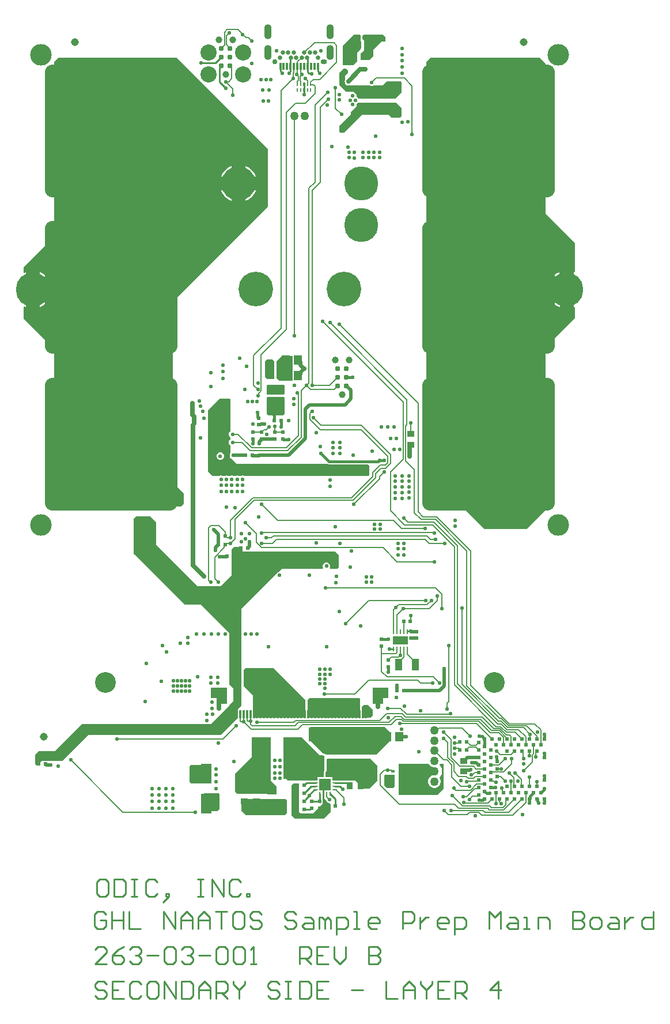
<source format=gbl>
G04*
G04 #@! TF.GenerationSoftware,Altium Limited,Altium Designer,24.9.1 (31)*
G04*
G04 Layer_Physical_Order=4*
G04 Layer_Color=16711680*
%FSLAX44Y44*%
%MOMM*%
G71*
G04*
G04 #@! TF.SameCoordinates,7F96DF23-6EF7-4123-9D03-ABB94F86F5D4*
G04*
G04*
G04 #@! TF.FilePolarity,Positive*
G04*
G01*
G75*
%ADD11C,0.1524*%
%ADD12C,0.2000*%
%ADD13C,0.2500*%
%ADD16C,0.1270*%
%ADD17C,0.2540*%
%ADD19R,0.6000X0.6000*%
%ADD24R,0.6000X0.6000*%
%ADD30R,1.1500X1.4500*%
%ADD35R,0.9500X1.0000*%
%ADD44R,1.0000X0.9500*%
%ADD57R,1.0000X1.8000*%
%ADD58R,1.0000X0.9000*%
%ADD59R,1.6000X3.0000*%
%ADD60R,0.5000X0.3500*%
%ADD137C,3.1750*%
%ADD138C,0.7874*%
%ADD144C,1.1430*%
%ADD145C,0.3810*%
%ADD146C,0.5000*%
%ADD147C,2.0000*%
%ADD149C,0.6000*%
%ADD150C,0.6350*%
%ADD151C,0.2400*%
%ADD152C,2.3749*%
%ADD153C,0.9906*%
%ADD154C,5.0000*%
%ADD155C,1.2700*%
%ADD156C,0.7500*%
%ADD157O,0.9500X0.7500*%
%ADD158C,0.6500*%
%ADD159O,1.1000X2.2000*%
%ADD160C,5.0800*%
%ADD161C,3.0480*%
%ADD162C,0.5588*%
%ADD164R,1.4500X1.1500*%
%ADD165R,0.2000X0.5500*%
%ADD166R,0.4000X0.5500*%
%ADD167R,2.0066X2.0066*%
%ADD168R,1.6000X2.4000*%
%ADD169R,0.3000X1.2000*%
%ADD170R,0.3000X1.1000*%
%ADD171R,2.7000X6.2000*%
%ADD172R,0.5080X0.5080*%
%ADD173R,0.5080X0.5080*%
%ADD174R,2.2000X1.3000*%
%ADD175R,0.2540X0.7112*%
G04:AMPARAMS|DCode=176|XSize=0.6mm|YSize=0.24mm|CornerRadius=0.06mm|HoleSize=0mm|Usage=FLASHONLY|Rotation=180.000|XOffset=0mm|YOffset=0mm|HoleType=Round|Shape=RoundedRectangle|*
%AMROUNDEDRECTD176*
21,1,0.6000,0.1200,0,0,180.0*
21,1,0.4800,0.2400,0,0,180.0*
1,1,0.1200,-0.2400,0.0600*
1,1,0.1200,0.2400,0.0600*
1,1,0.1200,0.2400,-0.0600*
1,1,0.1200,-0.2400,-0.0600*
%
%ADD176ROUNDEDRECTD176*%
G04:AMPARAMS|DCode=177|XSize=0.6mm|YSize=0.24mm|CornerRadius=0.06mm|HoleSize=0mm|Usage=FLASHONLY|Rotation=90.000|XOffset=0mm|YOffset=0mm|HoleType=Round|Shape=RoundedRectangle|*
%AMROUNDEDRECTD177*
21,1,0.6000,0.1200,0,0,90.0*
21,1,0.4800,0.2400,0,0,90.0*
1,1,0.1200,0.0600,0.2400*
1,1,0.1200,0.0600,-0.2400*
1,1,0.1200,-0.0600,-0.2400*
1,1,0.1200,-0.0600,0.2400*
%
%ADD177ROUNDEDRECTD177*%
%ADD178R,1.6600X1.6600*%
G04:AMPARAMS|DCode=179|XSize=19.5mm|YSize=19.5mm|CornerRadius=1.17mm|HoleSize=0mm|Usage=FLASHONLY|Rotation=180.000|XOffset=0mm|YOffset=0mm|HoleType=Round|Shape=RoundedRectangle|*
%AMROUNDEDRECTD179*
21,1,19.5000,17.1600,0,0,180.0*
21,1,17.1600,19.5000,0,0,180.0*
1,1,2.3400,-8.5800,8.5800*
1,1,2.3400,8.5800,8.5800*
1,1,2.3400,8.5800,-8.5800*
1,1,2.3400,-8.5800,-8.5800*
%
%ADD179ROUNDEDRECTD179*%
%ADD180C,0.7000*%
G36*
X411995Y946536D02*
Y941536D01*
X410995Y940536D01*
X405995D01*
X393995Y928536D01*
Y919536D01*
X387995Y913536D01*
X374995D01*
Y922536D01*
X379995Y927536D01*
Y942536D01*
X377995Y944536D01*
X377995Y948536D01*
X379995Y950536D01*
X407995D01*
X411995Y946536D01*
D02*
G37*
G36*
X374995Y949536D02*
Y948832D01*
X374936Y948536D01*
X374937Y948536D01*
X374937Y944536D01*
X374937Y944536D01*
X374995Y944241D01*
X374995Y929536D01*
X369995Y924536D01*
Y911536D01*
X363995Y905536D01*
X348995D01*
Y934536D01*
X364995Y950536D01*
X373995D01*
X374995Y949536D01*
D02*
G37*
G36*
X356995Y897536D02*
X356995Y894536D01*
X351995Y889536D01*
Y883708D01*
X351700Y882224D01*
X351995Y880740D01*
Y878536D01*
X354642Y875890D01*
X388349D01*
X388411Y875827D01*
X390372Y875015D01*
X392494D01*
X394454Y875827D01*
X394517Y875890D01*
X407369D01*
X413369Y881890D01*
X434369D01*
X435369Y880890D01*
Y865890D01*
X426369Y856890D01*
X371977D01*
X371830Y857245D01*
X370329Y858746D01*
X369369Y859143D01*
Y862390D01*
X368054Y863705D01*
X367830Y864245D01*
X366329Y865746D01*
X365789Y865969D01*
X365223Y866536D01*
X364421D01*
X364369Y866558D01*
X362247D01*
X362195Y866536D01*
X353995D01*
X343995Y876536D01*
Y894536D01*
X349995Y900536D01*
X353995D01*
X356995Y897536D01*
D02*
G37*
G36*
X435369Y842890D02*
Y830890D01*
X433369Y828890D01*
X420369D01*
X416369Y832890D01*
X377349D01*
X350995Y806536D01*
X345995D01*
X343995Y808536D01*
Y816536D01*
X360995Y833536D01*
Y837016D01*
X369369Y845390D01*
Y849304D01*
X370329Y849702D01*
X371517Y850890D01*
X427369D01*
X435369Y842890D01*
D02*
G37*
G36*
X647000Y908000D02*
Y688000D01*
X690000Y645000D01*
Y602208D01*
X688917Y601544D01*
X688372Y601822D01*
X684249Y603162D01*
X679967Y603840D01*
X679070D01*
Y576300D01*
Y548760D01*
X679967D01*
X684249Y549438D01*
X688372Y550778D01*
X688917Y551056D01*
X690000Y550392D01*
Y535000D01*
X647000Y492000D01*
Y253000D01*
X619000Y225000D01*
X557000D01*
X524000Y258000D01*
X472005D01*
Y911000D01*
X478005Y917000D01*
X638000D01*
X647000Y908000D01*
D02*
G37*
G36*
X239000Y783000D02*
Y698292D01*
X99604Y558901D01*
Y293901D01*
X115608Y277896D01*
Y261901D01*
X111608Y257901D01*
X-75392D01*
Y488901D01*
X-120392Y533901D01*
Y551356D01*
X-119309Y552020D01*
X-116872Y550778D01*
X-112749Y549438D01*
X-108467Y548760D01*
X-107570D01*
Y576300D01*
Y603840D01*
X-108467D01*
X-112749Y603162D01*
X-116872Y601822D01*
X-119309Y600580D01*
X-120392Y601244D01*
Y608901D01*
X-75392Y653901D01*
Y910901D01*
X-69392Y916901D01*
X105099D01*
X239000Y783000D01*
D02*
G37*
G36*
X248225Y471075D02*
Y444825D01*
X238225D01*
X234475Y448575D01*
X234475Y470825D01*
X237475Y473825D01*
X245475D01*
X248225Y471075D01*
D02*
G37*
G36*
X275225Y442950D02*
X255225D01*
X251284Y446891D01*
Y471009D01*
X259225Y478950D01*
X275225Y478950D01*
Y442950D01*
D02*
G37*
G36*
X263225Y435950D02*
X263225Y422950D01*
X262225Y421950D01*
X238225D01*
X237225Y422950D01*
Y435950D01*
X238225Y436950D01*
X262225D01*
X263225Y435950D01*
D02*
G37*
G36*
Y417950D02*
Y393950D01*
X261225Y391950D01*
X239225D01*
X237225Y393950D01*
Y417950D01*
X238176Y418901D01*
X238225Y418891D01*
X238225Y418891D01*
X262225D01*
X262225Y418891D01*
X262274Y418901D01*
X263225Y417950D01*
D02*
G37*
G36*
X184000Y415102D02*
X184000Y368531D01*
X183979Y368522D01*
X182478Y367021D01*
X181666Y365061D01*
Y362939D01*
X182478Y360979D01*
X183979Y359478D01*
X184000Y359469D01*
X184000Y356531D01*
X183979Y356522D01*
X182478Y355022D01*
X181666Y353061D01*
Y350939D01*
X182478Y348979D01*
X183979Y347478D01*
X184000Y347469D01*
X184000Y336543D01*
X183478Y336021D01*
X182666Y334061D01*
Y331939D01*
X183478Y329978D01*
X184979Y328478D01*
X185906Y328094D01*
X193000Y321000D01*
X326476Y321000D01*
X327445Y320353D01*
X328969Y320050D01*
X385950D01*
X388000Y318000D01*
X388000Y305000D01*
X386000Y303000D01*
X203867Y303000D01*
X203061Y303334D01*
X200939D01*
X200133Y303000D01*
X195868Y303000D01*
X195061Y303334D01*
X192939D01*
X192132Y303000D01*
X187868D01*
X187061Y303334D01*
X184939D01*
X184133Y303000D01*
X179867D01*
X179061Y303334D01*
X176939D01*
X176133Y303000D01*
X171868D01*
X171061Y303334D01*
X168939D01*
X168132Y303000D01*
X158000D01*
X151000Y310000D01*
Y399000D01*
X168000Y416000D01*
X183102D01*
X184000Y415102D01*
D02*
G37*
G36*
X75000Y235000D02*
Y202000D01*
X136000Y141000D01*
X170000D01*
X186000Y157000D01*
Y195000D01*
X190000Y199000D01*
X201000D01*
X202000Y198586D01*
Y192000D01*
X338000D01*
X343000Y187000D01*
Y169000D01*
X341000Y167000D01*
X330662D01*
X329830Y168270D01*
X330329Y169475D01*
Y171597D01*
X329517Y173557D01*
X328017Y175058D01*
X326056Y175870D01*
X323934D01*
X321974Y175058D01*
X320473Y173557D01*
X319661Y171597D01*
Y169475D01*
X320160Y168270D01*
X319328Y167000D01*
X259000D01*
X253906Y161906D01*
X252978Y161522D01*
X251478Y160021D01*
X251094Y159094D01*
X201000Y109000D01*
X200000Y108000D01*
Y18296D01*
X199941Y18000D01*
X199941Y18000D01*
Y-5000D01*
X199941Y-5000D01*
X200000Y-5296D01*
Y-34000D01*
X195000Y-39000D01*
Y-52000D01*
X170000Y-77000D01*
X-25000Y-77000D01*
X-63000Y-115000D01*
X-93000D01*
X-96000Y-118000D01*
Y-122000D01*
X-101000Y-122000D01*
X-103000Y-120000D01*
Y-106000D01*
X-98000Y-101000D01*
X-74000D01*
X-34000Y-61000D01*
X147133D01*
X147939Y-61334D01*
X150061D01*
X150867Y-61000D01*
X154726D01*
X182000Y-33726D01*
X185916Y-29810D01*
X186908Y-29147D01*
X187571Y-28155D01*
X188000Y-27726D01*
Y-9000D01*
X187084Y-8084D01*
X186908Y-7821D01*
X186646Y-7646D01*
X182000Y-3000D01*
Y73000D01*
X141000Y114000D01*
X117000D01*
X42000Y189000D01*
Y240000D01*
X46000Y244000D01*
X66000D01*
X75000Y235000D01*
D02*
G37*
G36*
X416245Y-23468D02*
X408245D01*
Y-7468D01*
X416245D01*
Y-23468D01*
D02*
G37*
G36*
X163246D02*
X155246D01*
Y-7468D01*
X163246D01*
Y-23468D01*
D02*
G37*
G36*
X393000Y-40000D02*
Y-49000D01*
X390000Y-52000D01*
X377059D01*
X377059Y-35941D01*
X380000Y-33000D01*
X386000D01*
X393000Y-40000D01*
D02*
G37*
G36*
X373000Y-23000D02*
X374000Y-24000D01*
X374000Y-52000D01*
X297000D01*
Y-26000D01*
X300000Y-23000D01*
X328999D01*
X373000Y-23000D01*
D02*
G37*
G36*
X293951Y-25951D02*
X293941Y-26000D01*
X293941Y-26000D01*
Y-52000D01*
X217000D01*
Y-19000D01*
X203000Y-5000D01*
Y18000D01*
X206000Y21000D01*
X247000D01*
X293951Y-25951D01*
D02*
G37*
G36*
X417231Y-72050D02*
X417231Y-87195D01*
X398426Y-106000D01*
X324353D01*
X324113Y-105642D01*
X323121Y-104979D01*
X321950Y-104746D01*
X319928D01*
X301231Y-86049D01*
Y-65195D01*
X410377Y-65195D01*
X417231Y-72050D01*
D02*
G37*
G36*
X315951Y-107805D02*
X321950D01*
Y-113509D01*
X321892Y-113805D01*
X321892Y-113805D01*
X321892Y-129538D01*
X321788Y-129642D01*
X321125Y-130634D01*
X320892Y-131805D01*
X320892Y-131805D01*
Y-138805D01*
X311950D01*
Y-143805D01*
X267950D01*
X265951Y-141805D01*
Y-108805D01*
Y-80805D01*
X288951D01*
X315951Y-107805D01*
D02*
G37*
G36*
X153000Y-148000D02*
X126000D01*
X124000Y-146000D01*
Y-123000D01*
X126000Y-121000D01*
X153000D01*
Y-148000D01*
D02*
G37*
G36*
X497000Y-156000D02*
X488000Y-165000D01*
X431255D01*
Y-152786D01*
X430755D01*
Y-128286D01*
X431255D01*
Y-119768D01*
X475368D01*
X476218Y-121241D01*
X476563Y-121586D01*
X476562Y-121586D01*
X477959Y-122982D01*
X480091Y-124213D01*
X482469Y-124851D01*
X483700D01*
Y-136150D01*
X482469D01*
X480091Y-136787D01*
X477959Y-138018D01*
X476562Y-139414D01*
X476563Y-139414D01*
X476218Y-139759D01*
X474987Y-141891D01*
X474350Y-144269D01*
Y-146731D01*
X474987Y-149109D01*
X476218Y-151241D01*
X477959Y-152982D01*
X480091Y-154213D01*
X482469Y-154850D01*
X484931D01*
X487309Y-154213D01*
X489441Y-152982D01*
X491182Y-151241D01*
X492413Y-149109D01*
X493050Y-146731D01*
Y-144269D01*
X492413Y-141891D01*
X491182Y-139759D01*
X490837Y-139414D01*
X492782Y-137469D01*
X494277Y-134881D01*
X495050Y-131994D01*
Y-129006D01*
X494277Y-126119D01*
X492782Y-123531D01*
X490837Y-121586D01*
X491182Y-121241D01*
X492032Y-119768D01*
X497000D01*
Y-156000D01*
D02*
G37*
G36*
X425005Y-153536D02*
X423005Y-155536D01*
X414005Y-155536D01*
X410005Y-151536D01*
Y-136536D01*
X411005Y-135536D01*
X425005D01*
X425005Y-153536D01*
D02*
G37*
G36*
X343951Y-111805D02*
X389951D01*
X399950Y-121805D01*
Y-143805D01*
X387951Y-155805D01*
X370951D01*
Y-147805D01*
X366950Y-143805D01*
X333951D01*
Y-138805D01*
X323951D01*
Y-131805D01*
X324950Y-130805D01*
X324950Y-113805D01*
X326950Y-111805D01*
X343951Y-111805D01*
D02*
G37*
G36*
X242950Y-143805D02*
X250951Y-151805D01*
X250951Y-163805D01*
X193805D01*
X191000Y-161000D01*
X191000Y-133755D01*
X219951Y-104805D01*
Y-80805D01*
X242950D01*
Y-143805D01*
D02*
G37*
G36*
X168000Y-164000D02*
Y-186000D01*
X165000Y-189000D01*
X145000D01*
X143000Y-187000D01*
X142000Y-186000D01*
Y-166000D01*
X145000Y-163000D01*
X167000D01*
X168000Y-164000D01*
D02*
G37*
G36*
X266950Y-172805D02*
Y-191805D01*
X263951Y-194805D01*
X206805D01*
X200000Y-188000D01*
Y-170805D01*
X264951D01*
X266950Y-172805D01*
D02*
G37*
G36*
X284993Y-190091D02*
X286993Y-192091D01*
X305909D01*
X318730Y-179270D01*
X319270D01*
Y-170730D01*
X318993D01*
Y-157591D01*
X321993D01*
Y-170091D01*
X324617Y-172714D01*
Y-172866D01*
X325429Y-174826D01*
X326929Y-176327D01*
X328890Y-177139D01*
X329042D01*
X330993Y-179091D01*
Y-190091D01*
X320993Y-200091D01*
X278993D01*
X273993Y-195091D01*
Y-151091D01*
X276993Y-148091D01*
X284993D01*
Y-190091D01*
D02*
G37*
%LPC*%
G36*
X676530Y603840D02*
X675632D01*
X671351Y603162D01*
X667228Y601822D01*
X663366Y599854D01*
X659859Y597306D01*
X656794Y594241D01*
X654246Y590734D01*
X652278Y586872D01*
X650938Y582749D01*
X650260Y578467D01*
Y577570D01*
X676530D01*
Y603840D01*
D02*
G37*
G36*
Y575030D02*
X650260D01*
Y574132D01*
X650938Y569851D01*
X652278Y565728D01*
X654246Y561866D01*
X656794Y558359D01*
X659859Y555294D01*
X663366Y552746D01*
X667228Y550778D01*
X671351Y549438D01*
X675632Y548760D01*
X676530D01*
Y575030D01*
D02*
G37*
G36*
X197918Y759540D02*
X197020D01*
Y733270D01*
X223290D01*
Y734167D01*
X222612Y738449D01*
X221273Y742572D01*
X219305Y746434D01*
X216757Y749941D01*
X213691Y753006D01*
X210184Y755554D01*
X206322Y757522D01*
X202199Y758862D01*
X197918Y759540D01*
D02*
G37*
G36*
X194480D02*
X193583D01*
X189301Y758862D01*
X185179Y757522D01*
X181316Y755554D01*
X177809Y753006D01*
X174744Y749941D01*
X172196Y746434D01*
X170228Y742572D01*
X168888Y738449D01*
X168210Y734167D01*
Y733270D01*
X194480D01*
Y759540D01*
D02*
G37*
G36*
X223290Y730730D02*
X197020D01*
Y704460D01*
X197918D01*
X202199Y705138D01*
X206322Y706478D01*
X210184Y708446D01*
X213691Y710994D01*
X216757Y714059D01*
X219305Y717566D01*
X221273Y721428D01*
X222612Y725551D01*
X223290Y729833D01*
Y730730D01*
D02*
G37*
G36*
X194480D02*
X168210D01*
Y729833D01*
X168888Y725551D01*
X170228Y721428D01*
X172196Y717566D01*
X174744Y714059D01*
X177809Y710994D01*
X181316Y708446D01*
X185179Y706478D01*
X189301Y705138D01*
X193583Y704460D01*
X194480D01*
Y730730D01*
D02*
G37*
G36*
X-104132Y603840D02*
X-105030D01*
Y577570D01*
X-78760D01*
Y578467D01*
X-79438Y582749D01*
X-80778Y586872D01*
X-82746Y590734D01*
X-85294Y594241D01*
X-88359Y597306D01*
X-91866Y599854D01*
X-95728Y601822D01*
X-99851Y603162D01*
X-104132Y603840D01*
D02*
G37*
G36*
X-78760Y575030D02*
X-105030D01*
Y548760D01*
X-104132D01*
X-99851Y549438D01*
X-95728Y550778D01*
X-91866Y552746D01*
X-88359Y555294D01*
X-85294Y558359D01*
X-82746Y561866D01*
X-80778Y565728D01*
X-79438Y569851D01*
X-78760Y574132D01*
Y575030D01*
D02*
G37*
G36*
X170061Y337334D02*
X167939D01*
X165979Y336522D01*
X164478Y335022D01*
X163666Y333061D01*
Y330939D01*
X164478Y328979D01*
X165979Y327478D01*
X167939Y326666D01*
X170061D01*
X172021Y327478D01*
X173522Y328979D01*
X174334Y330939D01*
Y333061D01*
X173522Y335022D01*
X172021Y336522D01*
X170061Y337334D01*
D02*
G37*
%LPD*%
D11*
X419000Y309000D02*
X437826Y327826D01*
X419000Y252000D02*
Y309000D01*
X437826Y327826D02*
Y411174D01*
X393369Y308369D02*
X404000Y319000D01*
X412000D02*
X415174Y322174D01*
X404000Y319000D02*
X412000D01*
X187000Y862000D02*
Y871000D01*
X177000Y881000D02*
X187000Y871000D01*
X181318Y881318D02*
X186000Y886000D01*
Y901232D01*
X182700Y904532D02*
X186000Y901232D01*
X177000Y881000D02*
X177318Y881318D01*
X182700Y904532D02*
Y905300D01*
X177318Y881318D02*
X181318D01*
X202000Y951000D02*
X207012Y945988D01*
X209963D02*
X214976Y940976D01*
X207012Y945988D02*
X209963D01*
X175206Y935256D02*
Y954206D01*
X179000Y958000D02*
X195000D01*
X175206Y954206D02*
X179000Y958000D01*
X195000D02*
X199000Y954000D01*
X178000Y948738D02*
X182000Y952738D01*
Y953000D01*
X178000Y936050D02*
Y948738D01*
X170650Y930700D02*
X175206Y935256D01*
X202000Y951000D02*
Y951078D01*
X199078Y954000D02*
X202000Y951078D01*
X199000Y954000D02*
X199078D01*
X178000Y936050D02*
X183350Y930700D01*
X319000Y530000D02*
X437826Y411174D01*
X344000Y526000D02*
X460000Y410000D01*
X330000Y528000D02*
X443000Y415000D01*
X258175Y519825D02*
Y868175D01*
X218175Y479825D02*
X258175Y519825D01*
X218175Y436000D02*
Y479825D01*
X266000Y517749D02*
Y836000D01*
X229125Y480875D02*
X266000Y517749D01*
X229125Y427877D02*
Y480875D01*
X278000Y728000D02*
X278000Y728000D01*
Y509000D02*
Y728000D01*
X278000Y509000D02*
X278000Y509000D01*
X278000Y728000D02*
Y831500D01*
X299000Y725000D02*
X308000Y734000D01*
X299000Y439000D02*
Y725000D01*
X304000Y436000D02*
Y722000D01*
X316000Y734000D01*
X460000Y250000D02*
Y410000D01*
X443000Y378000D02*
Y415000D01*
X413000Y-46000D02*
X436000D01*
X403000Y-56000D02*
X413000Y-46000D01*
X436000D02*
X441000Y-51000D01*
X280000Y-56000D02*
X403000D01*
X417000Y-59000D02*
X426000Y-50000D01*
X434776D02*
X438982Y-54206D01*
X426000Y-50000D02*
X434776D01*
X284000Y-59000D02*
X417000D01*
X420000Y-62000D02*
X427826Y-54174D01*
X434999D01*
X290000Y-62000D02*
X420000D01*
X433000Y-60000D02*
X545500D01*
X554000Y-51000D02*
X571000Y-68000D01*
X551206Y-54206D02*
X567854Y-70854D01*
X441000Y-51000D02*
X554000D01*
X437825Y-57000D02*
X549000D01*
X434999Y-54174D02*
X437825Y-57000D01*
X545500Y-60000D02*
X568500Y-83000D01*
X438982Y-54206D02*
X551206D01*
X549000Y-57000D02*
X566174Y-74174D01*
X283000Y-69000D02*
X290000Y-62000D01*
X442826Y-46826D02*
X506174D01*
X415000Y-38000D02*
X434000D01*
X442826Y-46826D01*
X277000Y-59000D02*
X280000Y-56000D01*
X214245Y-69000D02*
X283000D01*
X278893Y-64107D02*
X284000Y-59000D01*
X566174Y-74174D02*
X578515D01*
X567854Y-70854D02*
X579146D01*
X571000Y-68000D02*
X580243D01*
X574000Y-65000D02*
X581195D01*
X513000Y-4000D02*
Y199000D01*
Y-4000D02*
X574000Y-65000D01*
X517588Y-1588D02*
X577000Y-61000D01*
X517588Y-1588D02*
Y200412D01*
X577000Y-61000D02*
X582000D01*
X581195Y-65000D02*
X589195Y-73000D01*
X579000Y-53000D02*
X581903D01*
X531000Y-5000D02*
X579000Y-53000D01*
X531000Y-5000D02*
Y193000D01*
X582000Y-61000D02*
X590382Y-69382D01*
X578000Y-57000D02*
X581951D01*
X524000Y-3000D02*
X578000Y-57000D01*
X524000Y-3000D02*
Y109000D01*
X581903Y-53000D02*
X592697Y-63794D01*
X537000Y-4146D02*
Y193000D01*
Y-4146D02*
X593854Y-61000D01*
X579146Y-70854D02*
X588722Y-80430D01*
X441000Y376000D02*
X443000Y378000D01*
X441000Y325000D02*
Y376000D01*
X316000Y734000D02*
Y843825D01*
X308000Y734000D02*
Y847000D01*
X405000Y314000D02*
X411825D01*
X397000Y306000D02*
X405000Y314000D01*
X397000Y300000D02*
Y306000D01*
X419000Y321175D02*
Y334000D01*
X411825Y314000D02*
X419000Y321175D01*
X376000Y377000D02*
X419000Y334000D01*
X415174Y322174D02*
Y331826D01*
X376000Y371000D02*
X415174Y331826D01*
X393369Y302369D02*
Y308369D01*
X316175Y371000D02*
X376000D01*
X441000Y325000D02*
X454000Y312000D01*
X419000Y252000D02*
X440000Y231000D01*
X454000Y249000D02*
Y312000D01*
X460000Y250000D02*
X467000Y243000D01*
X362000Y271000D02*
X393369Y302369D01*
X217000Y271000D02*
X362000D01*
X219000Y267000D02*
X364000D01*
X397000Y300000D01*
X317000Y377000D02*
X376000D01*
X230000Y261000D02*
X253348Y237652D01*
X423348D01*
X449000Y365000D02*
Y381000D01*
X301174Y386001D02*
X316175Y371000D01*
X306000Y388000D02*
X317000Y377000D01*
X301174Y386001D02*
Y395174D01*
X304000Y398000D01*
X367000Y-17000D02*
X387000Y3000D01*
X322000Y-17000D02*
X367000D01*
X230000Y17000D02*
X231000D01*
X387000Y3000D02*
X459000D01*
X336350Y430000D02*
X341650Y435300D01*
X296000Y436000D02*
X302000Y430000D01*
X336350D01*
X329650Y436000D02*
X341650Y448000D01*
X304000Y436000D02*
X329650D01*
X201000Y352000D02*
X213000Y340000D01*
X187000Y352000D02*
X201000D01*
X213000Y340000D02*
X268000D01*
X215000Y344000D02*
X266000D01*
X195000Y364000D02*
X215000Y344000D01*
X187000Y364000D02*
X195000D01*
X454000Y249000D02*
X464000Y239000D01*
X226298Y425050D02*
X229125Y427877D01*
X439000Y241000D02*
Y241000D01*
Y241000D02*
X445000Y235000D01*
X464000Y239000D02*
X485000D01*
X467000Y243000D02*
X487000D01*
X17000Y-83000D02*
X173000D01*
X192000Y-64000D01*
X-51000Y-114000D02*
X26000Y-191000D01*
X132000D01*
X209131Y-56869D02*
X213246D01*
X209000Y-57000D02*
X209131Y-56869D01*
X208246Y-56245D02*
X209000Y-57000D01*
X208246Y-56245D02*
Y-46464D01*
X203246Y-58000D02*
X214245Y-69000D01*
X203217Y-57971D02*
X203246Y-58000D01*
Y-46464D01*
X198246Y-57078D02*
Y-46464D01*
Y-57078D02*
X199138Y-57971D01*
X203217D01*
X213312Y-61634D02*
Y-56935D01*
X214893Y-63215D02*
Y-63215D01*
X213312Y-61634D02*
X214893Y-63215D01*
Y-63215D02*
X215786Y-64107D01*
X278893D01*
X152000Y150000D02*
Y227000D01*
Y150000D02*
X155000Y147000D01*
X161000Y152000D02*
Y183825D01*
Y152000D02*
X166000Y147000D01*
X184000Y238000D02*
X217000Y271000D01*
X191000Y239000D02*
X219000Y267000D01*
X296000Y436000D02*
X299000Y439000D01*
X487000Y243000D02*
X537000Y193000D01*
X629000Y-105000D02*
Y-92000D01*
X627826Y-106174D02*
X629000Y-105000D01*
X627826Y-117174D02*
Y-106174D01*
X600826Y-152326D02*
Y-139826D01*
X602000Y-133000D02*
X611826Y-142826D01*
X600826Y-152326D02*
X601500Y-153000D01*
X611826Y-152326D02*
Y-142826D01*
Y-152326D02*
X612500Y-153000D01*
X594000Y-133000D02*
X600826Y-139826D01*
X161000Y183825D02*
X174782Y197607D01*
Y200782D02*
X176000Y202000D01*
X174782Y197607D02*
Y200782D01*
X167000Y230000D02*
X176000Y221000D01*
X152000Y227000D02*
X155000Y230000D01*
X167000D01*
X176000Y215000D02*
X176000Y215000D01*
Y221000D01*
X633000Y-109000D02*
Y-102500D01*
X634500Y-101000D01*
X615000Y-130000D02*
X627826Y-117174D01*
X485000Y139000D02*
X495000Y129000D01*
X324000Y139000D02*
X485000D01*
X288000Y360000D02*
Y428000D01*
X268000Y340000D02*
X288000Y360000D01*
Y428000D02*
X296000Y436000D01*
X445000Y235000D02*
X483000D01*
X485000Y239000D02*
X531000Y193000D01*
X483000Y235000D02*
X517588Y200412D01*
X423348Y237652D02*
X435000Y226000D01*
X470000D01*
X266000Y344000D02*
X284000Y362000D01*
Y422075D01*
X282000Y424075D02*
X284000Y422075D01*
X282000Y424075D02*
Y425000D01*
X266000Y836000D02*
X280000Y850000D01*
X258175Y868175D02*
X276000Y886000D01*
X308000Y847000D02*
X327000Y866000D01*
X316000Y843825D02*
X328000Y855825D01*
X294000Y850000D02*
X308000Y864000D01*
X280000Y850000D02*
X294000D01*
X308000Y864000D02*
Y874931D01*
X224225Y420950D02*
X225003Y421728D01*
Y424005D01*
X226047Y425050D02*
X226298D01*
X225003Y424005D02*
X226047Y425050D01*
X305995Y876936D02*
X308000Y874931D01*
X301995Y876936D02*
X305995D01*
X218175Y436000D02*
X224299Y429876D01*
X328000Y855825D02*
Y856000D01*
X440000Y231000D02*
X481000D01*
X513000Y199000D01*
X191000Y211000D02*
Y239000D01*
X184000Y204000D02*
X191000Y211000D01*
X184000Y212000D02*
Y238000D01*
X178000Y204000D02*
X184000D01*
X506174Y-46826D02*
X507000Y-46000D01*
X428464Y98464D02*
X438000Y108000D01*
X428464Y74700D02*
Y98464D01*
X449000Y90236D02*
Y98000D01*
X448464Y89700D02*
X449000Y90236D01*
X387000Y120000D02*
X471000D01*
X505000Y-28000D02*
Y54000D01*
X513000Y-179000D02*
X519000Y-185000D01*
X562262D01*
X432000Y-179000D02*
X513000D01*
X525000Y-181000D02*
X564738D01*
X510000Y-166000D02*
X525000Y-181000D01*
X512000Y-155241D02*
Y-155000D01*
Y-155241D02*
X514908Y-158149D01*
X536676D01*
X555000Y-188000D02*
X558000Y-191000D01*
X508000Y-188000D02*
X555000D01*
X558000Y-191000D02*
X592500D01*
X549000D02*
X553000Y-195000D01*
X535000Y-191000D02*
X549000D01*
X553000Y-195000D02*
X599000D01*
X504000Y-194000D02*
X532000D01*
X498000Y-188000D02*
X504000Y-194000D01*
X532000D02*
X535000Y-191000D01*
X564738Y-181000D02*
X567738Y-184000D01*
X584024D01*
X562262Y-185000D02*
X564262Y-187000D01*
X585500D01*
X584024Y-184000D02*
X588722Y-179302D01*
Y-172778D01*
X585500Y-187000D02*
X601500Y-171000D01*
X588722Y-172778D02*
X590500Y-171000D01*
X528100Y-176000D02*
X529445Y-177345D01*
X562155D01*
X527107Y-176000D02*
X528100D01*
X562155Y-177345D02*
X568500Y-171000D01*
X535000Y-172000D02*
X539722Y-167278D01*
X546722D01*
X599000Y-195000D02*
X618000Y-176000D01*
X592500Y-191000D02*
X612500Y-171000D01*
X546722Y-167278D02*
X548500Y-165500D01*
X542772Y-156278D02*
X546722D01*
X526000Y-168000D02*
X531050D01*
X542772Y-156278D01*
X536676Y-158149D02*
X545825Y-149000D01*
X546722Y-156278D02*
X548500Y-154500D01*
X545825Y-149000D02*
X557500D01*
X509206Y-139206D02*
X523000Y-153000D01*
X534893D01*
X531000Y-146000D02*
X531722Y-145278D01*
X546722D01*
X548500Y-143500D01*
X519000Y-138000D02*
X530175D01*
X533175Y-141000D01*
X540825D01*
X543825Y-138000D01*
X542600Y-132500D02*
X548500D01*
X539100Y-136000D02*
X542600Y-132500D01*
X543825Y-138000D02*
X557500D01*
X538000Y-136000D02*
X539100D01*
X597000Y-120000D02*
Y-112000D01*
X567174Y-131826D02*
X585174D01*
X597000Y-120000D01*
X566500Y-121500D02*
X578500D01*
X588000Y-112000D01*
X634242Y-82742D02*
X634500Y-83000D01*
X634242Y-82742D02*
Y-79067D01*
X618969Y-63794D02*
X634242Y-79067D01*
X592697Y-63794D02*
X618969D01*
X640000Y-92000D02*
Y-70000D01*
X631000Y-61000D02*
X640000Y-70000D01*
X581951Y-57000D02*
X591539Y-66588D01*
X580243Y-68000D02*
X589244Y-77000D01*
X590382Y-69382D02*
X607382D01*
X618000Y-92000D02*
Y-80000D01*
X607382Y-69382D02*
X618000Y-80000D01*
X589195Y-73000D02*
X602500D01*
X612500Y-83000D01*
X624000Y-82500D02*
Y-76000D01*
X591539Y-66588D02*
X614588D01*
X593854Y-61000D02*
X631000D01*
X614588Y-66588D02*
X624000Y-76000D01*
X585000Y-92000D02*
Y-80659D01*
X588722Y-81222D02*
X590500Y-83000D01*
X589244Y-77000D02*
X594000D01*
X578515Y-74174D02*
X585000Y-80659D01*
X588722Y-81222D02*
Y-80430D01*
X594000Y-77000D02*
X596000Y-79000D01*
X495000Y108000D02*
Y129000D01*
X476000Y108000D02*
X488000Y120000D01*
X438000Y108000D02*
X476000D01*
X488000Y120000D02*
Y127000D01*
X473000Y114000D02*
X479000Y120000D01*
X431000Y114000D02*
X473000D01*
X427000Y110000D02*
X431000Y114000D01*
X423464Y106464D02*
X427000Y110000D01*
X512000Y-131000D02*
X519000Y-138000D01*
X512000Y-131000D02*
Y-119000D01*
X459000Y3000D02*
X463000Y-1000D01*
X481000D01*
X502000Y-39000D02*
Y-31000D01*
X505000Y-28000D01*
X414000Y8000D02*
X482000D01*
X491000Y-1000D01*
X596486Y-106014D02*
X601500Y-101000D01*
X575000D02*
X580014Y-106014D01*
X596486D01*
X497000Y-82000D02*
X503000Y-88000D01*
Y-110000D02*
Y-88000D01*
X497000Y-73000D02*
X508000Y-84000D01*
Y-110000D02*
Y-84000D01*
X486681Y-70500D02*
X490181Y-67000D01*
X524000D01*
X536000Y-79000D01*
X483700Y-70500D02*
X486681D01*
X223000Y-59000D02*
X277000D01*
X213246Y-56869D02*
Y-46464D01*
X596000Y-92000D02*
Y-79000D01*
X423464Y74700D02*
Y106464D01*
X353000Y86000D02*
X387000Y120000D01*
X509206Y-139206D02*
Y-121206D01*
X502000Y-114000D02*
X509206Y-121206D01*
X497200Y-114000D02*
X502000D01*
X483700Y-100500D02*
X497200Y-114000D01*
X406000Y16000D02*
X414000Y8000D01*
X508000Y-110000D02*
X520826Y-122826D01*
X503000Y-110000D02*
X512000Y-119000D01*
X634000Y-152500D02*
X634500Y-153000D01*
X634000Y-152500D02*
Y-146000D01*
X623000Y-152500D02*
X623500Y-153000D01*
X623000Y-152500D02*
Y-139000D01*
X575500Y-127000D02*
X582000D01*
X566500Y-132500D02*
X567174Y-131826D01*
X614278Y-111278D02*
X615000Y-112000D01*
X614278Y-111278D02*
Y-102778D01*
X612500Y-101000D02*
X614278Y-102778D01*
X451000Y804000D02*
Y875531D01*
X439642Y886890D02*
X451000Y875531D01*
X406000Y42000D02*
X426764D01*
X406000Y16000D02*
Y42000D01*
X426764D02*
X428464Y43700D01*
X406000Y42000D02*
Y53000D01*
X179000Y212000D02*
X184000D01*
X176000Y215000D02*
X179000Y212000D01*
X572900Y-147000D02*
X574000D01*
X568278Y-145278D02*
X571178D01*
X566500Y-143500D02*
X568278Y-145278D01*
X571178D02*
X572900Y-147000D01*
X520826Y-122826D02*
X540826D01*
X545000Y-127000D01*
X557500D01*
X404000Y-151000D02*
X432000Y-179000D01*
X596000Y-162000D02*
Y-145000D01*
X596000Y-162000D02*
X596000Y-162000D01*
X618000Y-176000D02*
Y-162000D01*
X404000Y-151000D02*
Y-135000D01*
X410000Y-129000D01*
X421100D01*
X623000Y-108000D02*
Y-101500D01*
X275995Y886005D02*
X276000Y886000D01*
X275995Y886005D02*
Y893936D01*
X277195Y895136D01*
X623500Y-83000D02*
X624000Y-82500D01*
X421100Y-129000D02*
X422886Y-130786D01*
X430764Y37000D02*
X433464Y39700D01*
X420000Y37000D02*
X430764D01*
X416000Y33000D02*
X420000Y37000D01*
X416000Y33000D02*
Y33000D01*
X430964Y25700D02*
Y29200D01*
X438464Y36700D01*
X433464Y39700D02*
X433464Y39700D01*
X438464Y36700D02*
Y48792D01*
X428464Y43700D02*
Y48792D01*
X433464Y39700D02*
Y48792D01*
X455964Y25700D02*
Y29200D01*
X443464Y41700D02*
X455964Y29200D01*
X443464Y41700D02*
Y48792D01*
X438464Y74700D02*
X438464Y74700D01*
Y89700D01*
X618000Y-92000D02*
X618000Y-92000D01*
X261225Y366950D02*
X261225Y366950D01*
X249225Y366950D02*
X261225D01*
X249225D02*
X249357Y367082D01*
Y375817D01*
X217225Y366950D02*
X229225D01*
X233225Y370950D01*
X236225D01*
X240225Y374950D01*
X579500Y-175500D02*
X582000Y-178000D01*
X579500Y-175500D02*
Y-171000D01*
X574000Y-178000D02*
X574000Y-178000D01*
X574000Y-178000D02*
Y-162000D01*
X583222Y-160222D02*
Y-155222D01*
Y-160222D02*
X585000Y-162000D01*
X583000Y-155000D02*
X583222Y-155222D01*
X391433Y880349D02*
X397974Y886890D01*
X439642D01*
X337995Y842536D02*
X346995Y833536D01*
X337995Y842536D02*
Y872536D01*
X325164Y-168125D02*
Y-164092D01*
X328066Y-171027D02*
X329173D01*
X325164Y-164092D02*
X325451Y-163805D01*
X325164Y-168125D02*
X328066Y-171027D01*
X329173D02*
X329950Y-171805D01*
X581000Y-138000D02*
X588000Y-145000D01*
X575500Y-138000D02*
X581000D01*
X623000Y-101500D02*
X623500Y-101000D01*
X301995Y876936D02*
X301995Y876936D01*
X314995Y884936D02*
X339995Y909936D01*
X305995Y884936D02*
X314995D01*
X339995Y909936D02*
Y934936D01*
X301995Y877936D02*
Y880936D01*
X305995Y884936D01*
X301995Y876936D02*
Y877936D01*
X293995Y885936D02*
X296995Y882936D01*
Y878186D02*
Y882936D01*
X335995Y938936D02*
X339995Y934936D01*
X307695Y938936D02*
X335995D01*
X292695Y923936D02*
X307695Y938936D01*
X277195Y895136D02*
Y903836D01*
D12*
X403000Y299000D02*
Y302000D01*
X365000Y261000D02*
X403000Y299000D01*
Y302000D02*
X410000Y309000D01*
X252064Y210064D02*
X469936D01*
X246000Y204000D02*
X252064Y210064D01*
X469936D02*
X476000Y204000D01*
X247000Y215000D02*
X473000D01*
X478000Y210000D01*
X244000Y212000D02*
X247000Y215000D01*
X230000Y204000D02*
X246000D01*
X230604Y219604D02*
X483396D01*
X230000Y219000D02*
X230604Y219604D01*
X483396D02*
X484000Y219000D01*
X236000Y212000D02*
X244000D01*
X476000Y204000D02*
X499000D01*
X478000Y210000D02*
X485000D01*
X338750Y-157305D02*
X351000Y-169554D01*
Y-179000D02*
Y-169554D01*
X336950Y-157305D02*
X338750D01*
D13*
X170000Y903196D02*
Y905300D01*
X168000Y881000D02*
Y901196D01*
Y881000D02*
X177000Y872000D01*
X168000Y901196D02*
X170000Y903196D01*
X161650Y909000D02*
X170650Y918000D01*
X141000Y909000D02*
X161650D01*
X291995Y862936D02*
Y878186D01*
X297195Y903836D02*
Y916436D01*
Y895228D02*
Y903836D01*
Y895228D02*
X298833Y893591D01*
X302409D01*
X303000Y893000D01*
X443464Y74700D02*
Y74830D01*
X443484Y74850D02*
X448850D01*
X443464Y74830D02*
X443484Y74850D01*
X448850D02*
X449000Y75000D01*
X291995Y862936D02*
X291995Y862936D01*
X257195Y896736D02*
X259995Y893936D01*
X257195Y896736D02*
Y903836D01*
X312195Y896736D02*
X314995Y893936D01*
X312195Y896736D02*
Y903836D01*
X270000Y894000D02*
Y894836D01*
X271945Y896781D01*
Y903586D01*
X272195Y903836D01*
X423464Y48792D02*
Y48876D01*
X418104Y48896D02*
X423444D01*
X423464Y48876D01*
X418000Y49000D02*
X418104Y48896D01*
X272195Y916436D02*
X272695Y916936D01*
X272195Y903836D02*
Y916436D01*
X296695Y916936D02*
X297195Y916436D01*
D16*
X513000Y-89000D02*
X519000D01*
X521000Y-87000D01*
X281995Y878186D02*
Y881936D01*
X283425Y883366D01*
X280995Y891936D02*
X283425Y889506D01*
Y883366D02*
Y889506D01*
X280995Y891936D02*
X280995D01*
X282195Y903836D02*
Y910436D01*
Y893136D02*
Y903836D01*
X280995Y891936D02*
X282195Y893136D01*
Y910436D02*
X288695Y916936D01*
X513000Y-97000D02*
X519000D01*
X521000Y-99000D01*
X286995Y878186D02*
Y881936D01*
X285965Y882966D02*
Y888906D01*
Y882966D02*
X286995Y881936D01*
X287195Y893736D02*
Y903836D01*
X285965Y888906D02*
X288995Y891936D01*
X287195Y893736D02*
X288995Y891936D01*
X408301Y197699D02*
X429000Y177000D01*
X229656Y197699D02*
X408301D01*
X222000Y205355D02*
X229656Y197699D01*
X429000Y177000D02*
X484000D01*
X222000Y205355D02*
Y218000D01*
X206000Y234000D02*
X222000Y218000D01*
X531000Y-87000D02*
X536730Y-92730D01*
X544270D01*
X531000Y-99000D02*
X534730Y-95270D01*
X544270D01*
X548500Y-99500D01*
X544270Y-92730D02*
X548500Y-88500D01*
D17*
X1727Y-443214D02*
X-2505Y-438983D01*
X-10969D01*
X-15201Y-443214D01*
Y-447447D01*
X-10969Y-451679D01*
X-2505D01*
X1727Y-455910D01*
Y-460142D01*
X-2505Y-464374D01*
X-10969D01*
X-15201Y-460142D01*
X27119Y-438983D02*
X10191D01*
Y-464374D01*
X27119D01*
X10191Y-451679D02*
X18655D01*
X52511Y-443214D02*
X48279Y-438983D01*
X39815D01*
X35583Y-443214D01*
Y-460142D01*
X39815Y-464374D01*
X48279D01*
X52511Y-460142D01*
X73671Y-438983D02*
X65207D01*
X60975Y-443214D01*
Y-460142D01*
X65207Y-464374D01*
X73671D01*
X77903Y-460142D01*
Y-443214D01*
X73671Y-438983D01*
X86367Y-464374D02*
Y-438983D01*
X103295Y-464374D01*
Y-438983D01*
X111758D02*
Y-464374D01*
X124454D01*
X128686Y-460142D01*
Y-443214D01*
X124454Y-438983D01*
X111758D01*
X137150Y-464374D02*
Y-447447D01*
X145614Y-438983D01*
X154078Y-447447D01*
Y-464374D01*
Y-451679D01*
X137150D01*
X162542Y-464374D02*
Y-438983D01*
X175238D01*
X179470Y-443214D01*
Y-451679D01*
X175238Y-455910D01*
X162542D01*
X171006D02*
X179470Y-464374D01*
X187934Y-438983D02*
Y-443214D01*
X196398Y-451679D01*
X204862Y-443214D01*
Y-438983D01*
X196398Y-451679D02*
Y-464374D01*
X255645Y-443214D02*
X251413Y-438983D01*
X242950D01*
X238717Y-443214D01*
Y-447447D01*
X242950Y-451679D01*
X251413D01*
X255645Y-455910D01*
Y-460142D01*
X251413Y-464374D01*
X242950D01*
X238717Y-460142D01*
X264109Y-438983D02*
X272573D01*
X268341D01*
Y-464374D01*
X264109D01*
X272573D01*
X285269Y-438983D02*
Y-464374D01*
X297965D01*
X302197Y-460142D01*
Y-443214D01*
X297965Y-438983D01*
X285269D01*
X327589D02*
X310661D01*
Y-464374D01*
X327589D01*
X310661Y-451679D02*
X319125D01*
X361445D02*
X378372D01*
X412228Y-438983D02*
Y-464374D01*
X429156D01*
X437620D02*
Y-447447D01*
X446084Y-438983D01*
X454548Y-447447D01*
Y-464374D01*
Y-451679D01*
X437620D01*
X463012Y-438983D02*
Y-443214D01*
X471476Y-451679D01*
X479939Y-443214D01*
Y-438983D01*
X471476Y-451679D02*
Y-464374D01*
X505331Y-438983D02*
X488404D01*
Y-464374D01*
X505331D01*
X488404Y-451679D02*
X496867D01*
X513795Y-464374D02*
Y-438983D01*
X526491D01*
X530723Y-443214D01*
Y-451679D01*
X526491Y-455910D01*
X513795D01*
X522259D02*
X530723Y-464374D01*
X577275D02*
Y-438983D01*
X564579Y-451679D01*
X581507D01*
X-145Y-288975D02*
X-8608D01*
X-12840Y-293207D01*
Y-310134D01*
X-8608Y-314366D01*
X-145D01*
X4087Y-310134D01*
Y-293207D01*
X-145Y-288975D01*
X12551D02*
Y-314366D01*
X25247D01*
X29479Y-310134D01*
Y-293207D01*
X25247Y-288975D01*
X12551D01*
X37943D02*
X46407D01*
X42175D01*
Y-314366D01*
X37943D01*
X46407D01*
X76031Y-293207D02*
X71799Y-288975D01*
X63335D01*
X59103Y-293207D01*
Y-310134D01*
X63335Y-314366D01*
X71799D01*
X76031Y-310134D01*
X88727Y-318598D02*
X92959Y-314366D01*
Y-310134D01*
X88727D01*
Y-314366D01*
X92959D01*
X88727Y-318598D01*
X84495Y-322830D01*
X135278Y-288975D02*
X143742D01*
X139510D01*
Y-314366D01*
X135278D01*
X143742D01*
X156438D02*
Y-288975D01*
X173366Y-314366D01*
Y-288975D01*
X198758Y-293207D02*
X194526Y-288975D01*
X186062D01*
X181830Y-293207D01*
Y-310134D01*
X186062Y-314366D01*
X194526D01*
X198758Y-310134D01*
X207222Y-314366D02*
Y-310134D01*
X211454D01*
Y-314366D01*
X207222D01*
X1341Y-340332D02*
X-2891Y-336100D01*
X-11355D01*
X-15587Y-340332D01*
Y-357260D01*
X-11355Y-361492D01*
X-2891D01*
X1341Y-357260D01*
Y-348796D01*
X-7123D01*
X9805Y-336100D02*
Y-361492D01*
Y-348796D01*
X26733D01*
Y-336100D01*
Y-361492D01*
X35197Y-336100D02*
Y-361492D01*
X52125D01*
X85980D02*
Y-336100D01*
X102908Y-361492D01*
Y-336100D01*
X111372Y-361492D02*
Y-344564D01*
X119836Y-336100D01*
X128300Y-344564D01*
Y-361492D01*
Y-348796D01*
X111372D01*
X136764Y-361492D02*
Y-344564D01*
X145228Y-336100D01*
X153692Y-344564D01*
Y-361492D01*
Y-348796D01*
X136764D01*
X162156Y-336100D02*
X179083D01*
X170620D01*
Y-361492D01*
X200243Y-336100D02*
X191779D01*
X187547Y-340332D01*
Y-357260D01*
X191779Y-361492D01*
X200243D01*
X204475Y-357260D01*
Y-340332D01*
X200243Y-336100D01*
X229867Y-340332D02*
X225635Y-336100D01*
X217171D01*
X212939Y-340332D01*
Y-344564D01*
X217171Y-348796D01*
X225635D01*
X229867Y-353028D01*
Y-357260D01*
X225635Y-361492D01*
X217171D01*
X212939Y-357260D01*
X280651Y-340332D02*
X276419Y-336100D01*
X267955D01*
X263723Y-340332D01*
Y-344564D01*
X267955Y-348796D01*
X276419D01*
X280651Y-353028D01*
Y-357260D01*
X276419Y-361492D01*
X267955D01*
X263723Y-357260D01*
X293347Y-344564D02*
X301810D01*
X306042Y-348796D01*
Y-361492D01*
X293347D01*
X289115Y-357260D01*
X293347Y-353028D01*
X306042D01*
X314506Y-361492D02*
Y-344564D01*
X318738D01*
X322970Y-348796D01*
Y-361492D01*
Y-348796D01*
X327202Y-344564D01*
X331434Y-348796D01*
Y-361492D01*
X339898Y-369956D02*
Y-344564D01*
X352594D01*
X356826Y-348796D01*
Y-357260D01*
X352594Y-361492D01*
X339898D01*
X365290D02*
X373754D01*
X369522D01*
Y-336100D01*
X365290D01*
X399146Y-361492D02*
X390682D01*
X386450Y-357260D01*
Y-348796D01*
X390682Y-344564D01*
X399146D01*
X403378Y-348796D01*
Y-353028D01*
X386450D01*
X437233Y-361492D02*
Y-336100D01*
X449929D01*
X454161Y-340332D01*
Y-348796D01*
X449929Y-353028D01*
X437233D01*
X462625Y-344564D02*
Y-361492D01*
Y-353028D01*
X466857Y-348796D01*
X471089Y-344564D01*
X475321D01*
X500713Y-361492D02*
X492249D01*
X488017Y-357260D01*
Y-348796D01*
X492249Y-344564D01*
X500713D01*
X504945Y-348796D01*
Y-353028D01*
X488017D01*
X513409Y-369956D02*
Y-344564D01*
X526105D01*
X530337Y-348796D01*
Y-357260D01*
X526105Y-361492D01*
X513409D01*
X564192D02*
Y-336100D01*
X572656Y-344564D01*
X581120Y-336100D01*
Y-361492D01*
X593816Y-344564D02*
X602280D01*
X606512Y-348796D01*
Y-361492D01*
X593816D01*
X589584Y-357260D01*
X593816Y-353028D01*
X606512D01*
X614976Y-361492D02*
X623440D01*
X619208D01*
Y-344564D01*
X614976D01*
X636136Y-361492D02*
Y-344564D01*
X648832D01*
X653064Y-348796D01*
Y-361492D01*
X686919Y-336100D02*
Y-361492D01*
X699615D01*
X703847Y-357260D01*
Y-353028D01*
X699615Y-348796D01*
X686919D01*
X699615D01*
X703847Y-344564D01*
Y-340332D01*
X699615Y-336100D01*
X686919D01*
X716543Y-361492D02*
X725007D01*
X729239Y-357260D01*
Y-348796D01*
X725007Y-344564D01*
X716543D01*
X712311Y-348796D01*
Y-357260D01*
X716543Y-361492D01*
X741935Y-344564D02*
X750399D01*
X754631Y-348796D01*
Y-361492D01*
X741935D01*
X737703Y-357260D01*
X741935Y-353028D01*
X754631D01*
X763095Y-344564D02*
Y-361492D01*
Y-353028D01*
X767327Y-348796D01*
X771559Y-344564D01*
X775791D01*
X805414Y-336100D02*
Y-361492D01*
X792719D01*
X788486Y-357260D01*
Y-348796D01*
X792719Y-344564D01*
X805414D01*
X1727Y-413574D02*
X-15201D01*
X1727Y-396646D01*
Y-392415D01*
X-2505Y-388183D01*
X-10969D01*
X-15201Y-392415D01*
X27119Y-388183D02*
X18655Y-392415D01*
X10191Y-400878D01*
Y-409342D01*
X14423Y-413574D01*
X22887D01*
X27119Y-409342D01*
Y-405110D01*
X22887Y-400878D01*
X10191D01*
X35583Y-392415D02*
X39815Y-388183D01*
X48279D01*
X52511Y-392415D01*
Y-396646D01*
X48279Y-400878D01*
X44047D01*
X48279D01*
X52511Y-405110D01*
Y-409342D01*
X48279Y-413574D01*
X39815D01*
X35583Y-409342D01*
X60975Y-400878D02*
X77903D01*
X86367Y-392415D02*
X90599Y-388183D01*
X99063D01*
X103295Y-392415D01*
Y-409342D01*
X99063Y-413574D01*
X90599D01*
X86367Y-409342D01*
Y-392415D01*
X111758D02*
X115990Y-388183D01*
X124454D01*
X128686Y-392415D01*
Y-396646D01*
X124454Y-400878D01*
X120222D01*
X124454D01*
X128686Y-405110D01*
Y-409342D01*
X124454Y-413574D01*
X115990D01*
X111758Y-409342D01*
X137150Y-400878D02*
X154078D01*
X162542Y-392415D02*
X166774Y-388183D01*
X175238D01*
X179470Y-392415D01*
Y-409342D01*
X175238Y-413574D01*
X166774D01*
X162542Y-409342D01*
Y-392415D01*
X187934D02*
X192166Y-388183D01*
X200630D01*
X204862Y-392415D01*
Y-409342D01*
X200630Y-413574D01*
X192166D01*
X187934Y-409342D01*
Y-392415D01*
X213326Y-413574D02*
X221790D01*
X217558D01*
Y-388183D01*
X213326Y-392415D01*
X285269Y-413574D02*
Y-388183D01*
X297965D01*
X302197Y-392415D01*
Y-400878D01*
X297965Y-405110D01*
X285269D01*
X293733D02*
X302197Y-413574D01*
X327589Y-388183D02*
X310661D01*
Y-413574D01*
X327589D01*
X310661Y-400878D02*
X319125D01*
X336053Y-388183D02*
Y-405110D01*
X344517Y-413574D01*
X352980Y-405110D01*
Y-388183D01*
X386836D02*
Y-413574D01*
X399532D01*
X403764Y-409342D01*
Y-405110D01*
X399532Y-400878D01*
X386836D01*
X399532D01*
X403764Y-396646D01*
Y-392415D01*
X399532Y-388183D01*
X386836D01*
D19*
X206000Y333000D02*
D03*
X216000D02*
D03*
X-88000Y-120000D02*
D03*
X-98000D02*
D03*
X248225Y383950D02*
D03*
X258225D02*
D03*
X179000Y185000D02*
D03*
X189000D02*
D03*
X209000Y197000D02*
D03*
X199000D02*
D03*
X281950Y-162805D02*
D03*
X291950D02*
D03*
X428465Y-12070D02*
D03*
X438465D02*
D03*
X291950Y-186805D02*
D03*
X281950D02*
D03*
Y-174805D02*
D03*
X291950D02*
D03*
X281950Y-150805D02*
D03*
X291950D02*
D03*
X166000Y202000D02*
D03*
X176000D02*
D03*
Y215000D02*
D03*
X166000D02*
D03*
X521000Y-87000D02*
D03*
X531000D02*
D03*
X521000Y-99000D02*
D03*
X531000D02*
D03*
X338000Y-181000D02*
D03*
X328000D02*
D03*
X438464Y89700D02*
D03*
X448464D02*
D03*
D24*
X406000Y63000D02*
D03*
Y53000D02*
D03*
X457464Y64700D02*
D03*
Y74700D02*
D03*
X225225Y387950D02*
D03*
Y377950D02*
D03*
X315000Y-185000D02*
D03*
Y-175000D02*
D03*
X302950Y-184805D02*
D03*
Y-174805D02*
D03*
X261225Y366950D02*
D03*
Y356950D02*
D03*
X229225Y366950D02*
D03*
Y356950D02*
D03*
X416000Y23000D02*
D03*
Y33000D02*
D03*
X217225Y366950D02*
D03*
Y356950D02*
D03*
X249225D02*
D03*
Y366950D02*
D03*
D30*
X414000Y-80000D02*
D03*
X432000D02*
D03*
X265225Y449950D02*
D03*
X283225D02*
D03*
X265225Y472950D02*
D03*
X283225D02*
D03*
D35*
X358951Y-151805D02*
D03*
X374950D02*
D03*
X371995Y935536D02*
D03*
X387995D02*
D03*
X379308Y918223D02*
D03*
X363308D02*
D03*
D44*
X527000Y-131000D02*
D03*
Y-115000D02*
D03*
X221950Y-174805D02*
D03*
Y-158805D02*
D03*
X204000Y-175000D02*
D03*
Y-159000D02*
D03*
D57*
X455964Y25700D02*
D03*
X430964D02*
D03*
D58*
X449000Y365000D02*
D03*
Y349000D02*
D03*
D59*
X148000Y-134000D02*
D03*
Y-178000D02*
D03*
D60*
X423005Y-150286D02*
D03*
Y-143786D02*
D03*
Y-137286D02*
D03*
Y-130786D02*
D03*
X451005D02*
D03*
Y-137286D02*
D03*
Y-143786D02*
D03*
Y-150286D02*
D03*
D137*
X-94500Y921300D02*
D03*
X666000D02*
D03*
X-94500Y231300D02*
D03*
X666000D02*
D03*
D138*
X183350Y918000D02*
D03*
X170650D02*
D03*
X183350Y930700D02*
D03*
X170650D02*
D03*
X183350Y905300D02*
D03*
X170650D02*
D03*
X354350Y448000D02*
D03*
X341650D02*
D03*
X354350Y460700D02*
D03*
X341650D02*
D03*
X354350Y435300D02*
D03*
X341650D02*
D03*
D144*
X615000Y940000D02*
D03*
X-45000D02*
D03*
X-90000Y-80000D02*
D03*
D145*
X317000Y336000D02*
X328969Y324031D01*
X401031D01*
X403000Y326000D01*
X410000D01*
X354350Y448000D02*
X363000D01*
X133000Y-129000D02*
Y-128000D01*
X406000Y63000D02*
X416000D01*
X449000Y75000D02*
X449300Y74700D01*
X644660Y-157340D02*
Y-156340D01*
X640000Y-162000D02*
X644660Y-157340D01*
Y-156340D02*
X645000Y-156000D01*
X624135Y-170365D02*
Y-166865D01*
X629000Y-162000D01*
X623500Y-171000D02*
X624135Y-170365D01*
X556865Y-171635D02*
X557500Y-171000D01*
X555517Y-171635D02*
X556865D01*
X550000Y-172519D02*
X554633D01*
X555517Y-171635D01*
X575000Y-109000D02*
X575250Y-109250D01*
Y-115750D02*
Y-109250D01*
Y-115750D02*
X575500Y-116000D01*
X634500Y-171000D02*
X635135Y-171635D01*
Y-174654D02*
X637000Y-176519D01*
Y-177000D02*
Y-176519D01*
X635135Y-174654D02*
Y-171635D01*
X645250Y-110250D02*
Y-104250D01*
X645000Y-104000D02*
X645250Y-104250D01*
Y-110250D02*
X645500Y-110500D01*
X246975Y393469D02*
Y393950D01*
Y393469D02*
X248225Y392219D01*
Y383950D02*
Y392219D01*
X269225Y355950D02*
X269493D01*
X268885Y356290D02*
X269225Y355950D01*
X261885Y356290D02*
X268885D01*
X261597Y356578D02*
X261885Y356290D01*
X217225Y349950D02*
Y356950D01*
X223661Y389514D02*
X225225Y387950D01*
X223661Y389514D02*
Y395875D01*
X322951Y-149805D02*
Y-149805D01*
X645500Y-143500D02*
Y-137500D01*
X550000Y-79000D02*
X550360Y-79360D01*
X553860D02*
X557500Y-83000D01*
X550360Y-79360D02*
X553860D01*
X557500Y-94000D02*
Y-83000D01*
X566500Y-154500D02*
X573500D01*
X645500Y-177500D02*
Y-171000D01*
X623500Y-177500D02*
Y-171000D01*
X645500Y-83000D02*
Y-76500D01*
X416000Y15000D02*
Y23000D01*
X258225Y374950D02*
Y383950D01*
X557500Y-160000D02*
X560500Y-163000D01*
X565000D01*
D146*
X361000Y416000D02*
Y428650D01*
X354350Y435300D02*
X361000Y428650D01*
X352000Y407000D02*
X361000Y416000D01*
X300000Y407000D02*
X352000D01*
X188000Y333000D02*
X206000D01*
X216000D02*
X216221Y332779D01*
X225620D01*
X225772Y332931D02*
X225931D01*
X225620Y332779D02*
X225772Y332931D01*
X226225Y352950D02*
X230225Y356950D01*
X226000Y333000D02*
X269184D01*
X294000Y357816D01*
Y401000D01*
X300000Y407000D01*
X162113Y198113D02*
X166000Y202000D01*
X162113Y194112D02*
Y198113D01*
X162000Y194000D02*
X162113Y194112D01*
X168000Y184000D02*
X168159D01*
X168659Y184500D01*
X178500D02*
X179000Y185000D01*
X168659Y184500D02*
X178500D01*
X166000Y202000D02*
Y215000D01*
X228654Y378950D02*
X234225D01*
X228154Y378450D02*
X228654Y378950D01*
X225725Y378450D02*
X228154D01*
X209000Y197000D02*
X212000Y200000D01*
Y206000D01*
X166000Y215000D02*
Y217000D01*
X159000Y224000D02*
X166000Y217000D01*
X449300Y74700D02*
X457464D01*
X449000Y65000D02*
X449113Y64887D01*
X457276D01*
X457464Y64700D01*
X446930Y-12070D02*
X447000Y-12000D01*
X438465Y-12070D02*
X446930D01*
X428464Y-4464D02*
X428465Y-4464D01*
Y-12070D02*
Y-4464D01*
X491000Y-12000D02*
X498000Y-5000D01*
X447000Y-12000D02*
X491000D01*
X-88000Y-120000D02*
X-87000Y-121000D01*
X-80000D01*
X432000Y-80000D02*
X442000D01*
X535727Y-129114D02*
X536841Y-128000D01*
X528886Y-129114D02*
X535727D01*
X527000Y-131000D02*
X528886Y-129114D01*
X536841Y-128000D02*
X537000D01*
X498000Y-5000D02*
Y20000D01*
X545000Y-118000D02*
X548460Y-121460D01*
X539159Y-118000D02*
X545000D01*
X527250Y-115000D02*
X531862Y-110387D01*
X527000Y-115000D02*
X527250D01*
X531862Y-110387D02*
X539388D01*
X539500Y-110500D01*
X548500D01*
X226225Y350109D02*
Y352950D01*
X230225Y356950D02*
X249225D01*
X225225Y377950D02*
X225725Y378450D01*
D147*
X678000Y545000D02*
Y608000D01*
X-106300Y576300D02*
Y608300D01*
Y543700D02*
Y576300D01*
X677800Y607800D02*
X678000Y608000D01*
X677800Y576300D02*
Y607800D01*
X195750Y700750D02*
Y732000D01*
Y765250D01*
Y732000D02*
X227000D01*
X164000D02*
X195750D01*
D149*
X285975Y466250D02*
X291612Y460612D01*
X291612D02*
X292000Y460225D01*
X291612Y460612D02*
X292000Y461000D01*
X285975Y454975D02*
X291612Y460612D01*
X291612D02*
X291612D01*
X283225Y472950D02*
X285975Y470200D01*
Y466250D02*
Y470200D01*
X283225Y449950D02*
X285975Y452700D01*
Y454975D01*
D150*
X447175Y332175D02*
Y347675D01*
X447000Y332000D02*
X447175Y332175D01*
Y347675D02*
X448500Y349000D01*
X449000D01*
X129000Y172000D02*
X145000Y156000D01*
X129000Y172000D02*
Y377825D01*
X130950Y379775D02*
Y390050D01*
X129000Y377825D02*
X130950Y379775D01*
X128000Y393000D02*
Y410000D01*
Y393000D02*
X130950Y390050D01*
X171245Y-24048D02*
Y-19468D01*
X167000Y-28293D02*
X171245Y-24048D01*
X167000Y-38000D02*
Y-28293D01*
X400245Y-19468D02*
X401000Y-20223D01*
Y-36000D02*
Y-20223D01*
D151*
X317950Y-154805D02*
X320451Y-157305D01*
Y-163805D02*
Y-157305D01*
X344450Y-152305D02*
X348951Y-156805D01*
X293750Y-172005D02*
X299951Y-165805D01*
X300560Y-165195D01*
X291950Y-174805D02*
X293750Y-173005D01*
Y-172005D01*
X307150Y-157305D02*
X308951D01*
X300560Y-163895D02*
X307150Y-157305D01*
X300560Y-165195D02*
Y-163895D01*
X330451Y-163805D02*
X337951Y-171305D01*
Y-180805D02*
Y-171305D01*
X291950Y-150805D02*
X295450Y-147305D01*
X308951D01*
X291950Y-162805D02*
X302451Y-152305D01*
X308951D01*
X300951Y-186805D02*
X302950Y-184805D01*
X291950Y-186805D02*
X300951D01*
X302950Y-174805D02*
X314951D01*
X315450Y-174305D01*
Y-163805D01*
X336950Y-147305D02*
X354450D01*
X358951Y-151805D01*
X336950Y-152305D02*
X344450D01*
D152*
X202400Y924350D02*
D03*
Y892600D02*
D03*
X151600Y924350D02*
D03*
Y892600D02*
D03*
X202400D02*
D03*
Y924350D02*
D03*
X151600Y892600D02*
D03*
Y924350D02*
D03*
D153*
X187160Y943400D02*
D03*
X166840D02*
D03*
X177000Y892600D02*
D03*
D03*
X187160Y943400D02*
D03*
X166840D02*
D03*
X348000Y422600D02*
D03*
X358160Y473400D02*
D03*
X337840D02*
D03*
D154*
X376000Y671000D02*
D03*
X-106300Y576300D02*
D03*
X677800D02*
D03*
X375750Y732000D02*
D03*
X195750D02*
D03*
D155*
X483700Y-145500D02*
D03*
Y-130500D02*
D03*
Y-115500D02*
D03*
Y-100500D02*
D03*
Y-85500D02*
D03*
Y-70500D02*
D03*
X293000Y831500D02*
D03*
X278000D02*
D03*
D156*
X248695Y910436D02*
D03*
D157*
X320695D02*
D03*
D158*
X312695Y916936D02*
D03*
X308695Y923936D02*
D03*
X300695D02*
D03*
X296695Y916936D02*
D03*
X292695Y923936D02*
D03*
X288695Y916936D02*
D03*
X280695D02*
D03*
X276695Y923936D02*
D03*
X272695Y916936D02*
D03*
X268695Y923936D02*
D03*
X260695D02*
D03*
X256695Y916936D02*
D03*
D159*
X238695Y924436D02*
D03*
X330695D02*
D03*
X238695Y954436D02*
D03*
X330695D02*
D03*
D160*
X350750Y577215D02*
D03*
X220750D02*
D03*
D161*
X571500Y0D02*
D03*
X0D02*
D03*
D162*
X252000Y927000D02*
D03*
X317000D02*
D03*
X187000Y862000D02*
D03*
X214976Y940976D02*
D03*
X182000Y953000D02*
D03*
X202000Y951000D02*
D03*
X319000Y530000D02*
D03*
X344000Y526000D02*
D03*
X330000Y528000D02*
D03*
X278000Y509000D02*
D03*
X215000Y908000D02*
D03*
X141000Y909000D02*
D03*
X177000Y872000D02*
D03*
Y881000D02*
D03*
X416000Y-52000D02*
D03*
X433000Y-60000D02*
D03*
X410000Y309000D02*
D03*
X433000Y342000D02*
D03*
X447000Y332000D02*
D03*
X330000Y288000D02*
D03*
Y297000D02*
D03*
X403000Y326000D02*
D03*
X410000D02*
D03*
X230000Y261000D02*
D03*
X449000Y381000D02*
D03*
X310000Y366000D02*
D03*
X316000Y346000D02*
D03*
X317000Y336000D02*
D03*
X335000Y352000D02*
D03*
Y344000D02*
D03*
X345000D02*
D03*
Y352000D02*
D03*
Y336000D02*
D03*
X335000D02*
D03*
X364000Y333000D02*
D03*
X307000Y-27000D02*
D03*
X315000D02*
D03*
X307000Y-35000D02*
D03*
X315000D02*
D03*
X323000Y-27000D02*
D03*
Y-35000D02*
D03*
X99000Y-156000D02*
D03*
X89000D02*
D03*
X79000D02*
D03*
X69000D02*
D03*
X247000Y17000D02*
D03*
X239000D02*
D03*
X231000D02*
D03*
X222000D02*
D03*
X214000D02*
D03*
X206000D02*
D03*
X331000Y-27000D02*
D03*
Y-35000D02*
D03*
X247000Y0D02*
D03*
Y9000D02*
D03*
X99000Y-165000D02*
D03*
Y-175000D02*
D03*
Y-185000D02*
D03*
X89000Y-165000D02*
D03*
X79000D02*
D03*
X69000D02*
D03*
X330000Y19000D02*
D03*
X323000D02*
D03*
X315000D02*
D03*
X322000Y-17000D02*
D03*
X330000Y12000D02*
D03*
X323000D02*
D03*
X315000D02*
D03*
X323000Y-9000D02*
D03*
X280995Y891936D02*
D03*
X513000Y-89000D02*
D03*
X288995Y891936D02*
D03*
X513000Y-97000D02*
D03*
X406000Y375000D02*
D03*
X424000Y342000D02*
D03*
X428000Y358000D02*
D03*
X419000D02*
D03*
X424000Y375000D02*
D03*
X415000D02*
D03*
X426000Y303000D02*
D03*
X392000Y339000D02*
D03*
X363000Y448000D02*
D03*
X226000Y333000D02*
D03*
X188000D02*
D03*
X365000Y261000D02*
D03*
X446000Y271000D02*
D03*
X436000Y270000D02*
D03*
X426000D02*
D03*
X436000Y278000D02*
D03*
X426000D02*
D03*
X446000Y279000D02*
D03*
X436000Y287000D02*
D03*
X446000D02*
D03*
X426000D02*
D03*
X446000Y303000D02*
D03*
X436000D02*
D03*
X446000Y295000D02*
D03*
X436000D02*
D03*
X426000D02*
D03*
X170000Y298000D02*
D03*
X186000D02*
D03*
Y289000D02*
D03*
Y280000D02*
D03*
X178000D02*
D03*
Y289000D02*
D03*
Y298000D02*
D03*
X128000Y410000D02*
D03*
X439000Y241000D02*
D03*
X17000Y-83000D02*
D03*
X223000Y71000D02*
D03*
X214000D02*
D03*
X206000D02*
D03*
X121000Y66000D02*
D03*
Y57000D02*
D03*
X110000D02*
D03*
X176000Y71000D02*
D03*
X166000D02*
D03*
X156000D02*
D03*
X145000D02*
D03*
X134000D02*
D03*
X163000Y-177000D02*
D03*
X192000Y-64000D02*
D03*
X149000Y-56000D02*
D03*
X158000Y-47000D02*
D03*
X149000D02*
D03*
X163000Y-167000D02*
D03*
Y-156000D02*
D03*
Y-146000D02*
D03*
Y-136000D02*
D03*
Y-127000D02*
D03*
X166000Y-89000D02*
D03*
X157000Y-38000D02*
D03*
Y-29000D02*
D03*
X155000Y7000D02*
D03*
X165000D02*
D03*
Y-1000D02*
D03*
X155000D02*
D03*
X90000Y45000D02*
D03*
X84000Y54000D02*
D03*
X60000Y28000D02*
D03*
X59000Y-28000D02*
D03*
X82277Y1723D02*
D03*
X100000Y-5000D02*
D03*
X106000D02*
D03*
X100000Y2000D02*
D03*
X106000D02*
D03*
X118000D02*
D03*
X124000Y-5000D02*
D03*
X118000D02*
D03*
Y-13000D02*
D03*
X100000D02*
D03*
X106000D02*
D03*
X124000D02*
D03*
Y2000D02*
D03*
X112000D02*
D03*
Y-5000D02*
D03*
Y-13000D02*
D03*
X136000Y8000D02*
D03*
X167000Y-38000D02*
D03*
X133000Y-140000D02*
D03*
Y-129000D02*
D03*
X132000Y-191000D02*
D03*
X89000Y-175000D02*
D03*
Y-185000D02*
D03*
X79000D02*
D03*
X69000D02*
D03*
X79000Y-175000D02*
D03*
X69000D02*
D03*
X203246Y-58000D02*
D03*
X213246Y-56869D02*
D03*
X240000Y52000D02*
D03*
X53000Y240000D02*
D03*
X155000Y147000D02*
D03*
X166000D02*
D03*
X384000Y310000D02*
D03*
Y317000D02*
D03*
X292000Y461000D02*
D03*
X340000Y156000D02*
D03*
X606000Y-145000D02*
D03*
X162000Y194000D02*
D03*
X168000Y184000D02*
D03*
X300000Y157000D02*
D03*
X256000D02*
D03*
X145000Y156000D02*
D03*
X337000Y178000D02*
D03*
X514000Y229000D02*
D03*
X416000Y63000D02*
D03*
X633000Y-109000D02*
D03*
X602000Y-133000D02*
D03*
X615000Y-130000D02*
D03*
X324000Y139000D02*
D03*
X304000Y398000D02*
D03*
X306000Y388000D02*
D03*
X169000Y332000D02*
D03*
X303000Y893000D02*
D03*
X345000Y204000D02*
D03*
X360000Y169000D02*
D03*
X113000Y264000D02*
D03*
X505000Y463000D02*
D03*
X525000D02*
D03*
X605000D02*
D03*
X625000D02*
D03*
X585000D02*
D03*
X565000D02*
D03*
X545000D02*
D03*
X485000D02*
D03*
X505000Y694000D02*
D03*
X525000D02*
D03*
X605000D02*
D03*
X625000D02*
D03*
X585000D02*
D03*
X565000D02*
D03*
X545000D02*
D03*
X485000D02*
D03*
Y913000D02*
D03*
X545000D02*
D03*
X565000D02*
D03*
X585000D02*
D03*
X625000D02*
D03*
X605000D02*
D03*
X525000D02*
D03*
X505000D02*
D03*
X600000Y244000D02*
D03*
X622000Y233000D02*
D03*
X611000D02*
D03*
X600000D02*
D03*
X622000Y244000D02*
D03*
X611000D02*
D03*
X310000Y205000D02*
D03*
X338000Y228000D02*
D03*
X170000Y289000D02*
D03*
X194000Y298000D02*
D03*
Y289000D02*
D03*
Y280000D02*
D03*
X202000D02*
D03*
Y289000D02*
D03*
Y298000D02*
D03*
X170000Y280000D02*
D03*
X514000Y238000D02*
D03*
X46000Y234000D02*
D03*
X391000Y147000D02*
D03*
Y155000D02*
D03*
X384000Y147000D02*
D03*
Y155000D02*
D03*
X362000Y193000D02*
D03*
X396000Y232000D02*
D03*
X404000D02*
D03*
Y225000D02*
D03*
X396000D02*
D03*
X439000Y187000D02*
D03*
Y196000D02*
D03*
Y204000D02*
D03*
X430000Y187000D02*
D03*
Y196000D02*
D03*
Y204000D02*
D03*
X139775Y359050D02*
D03*
X282000Y425000D02*
D03*
X296000Y436000D02*
D03*
X304000D02*
D03*
X327000Y866000D02*
D03*
X328000Y856000D02*
D03*
X326000Y847000D02*
D03*
X222000Y0D02*
D03*
X231000D02*
D03*
X239000D02*
D03*
X214000D02*
D03*
X206000D02*
D03*
X470000Y226000D02*
D03*
X190760Y256761D02*
D03*
X178000Y257000D02*
D03*
X212000Y206000D02*
D03*
X200000D02*
D03*
X212000Y218000D02*
D03*
X200000D02*
D03*
X206000Y211000D02*
D03*
X159000Y224000D02*
D03*
X401000Y-36000D02*
D03*
X381000D02*
D03*
X390000Y-48000D02*
D03*
Y-41000D02*
D03*
X449000Y98000D02*
D03*
Y75000D02*
D03*
X471000Y120000D02*
D03*
X449000Y65000D02*
D03*
X375320Y82680D02*
D03*
X505000Y54000D02*
D03*
X512000Y-155000D02*
D03*
X544000Y-196000D02*
D03*
X535000Y-172000D02*
D03*
X613000Y-194000D02*
D03*
X527000Y-176000D02*
D03*
X498000Y-188000D02*
D03*
X526000Y-168000D02*
D03*
X535000Y-153000D02*
D03*
X531000Y-146000D02*
D03*
X538000Y-136000D02*
D03*
X635000Y-73000D02*
D03*
X550000Y-172519D02*
D03*
X488000Y127000D02*
D03*
X438000Y108000D02*
D03*
X344000Y104000D02*
D03*
X353000Y86000D02*
D03*
X415000Y-38000D02*
D03*
X507000Y-46000D02*
D03*
X523000Y-144000D02*
D03*
X481000Y-1000D02*
D03*
X491000D02*
D03*
X447000Y-12000D02*
D03*
X463000Y-42000D02*
D03*
X428000Y-22000D02*
D03*
X575000Y-109000D02*
D03*
X225000Y243000D02*
D03*
X428464Y-4464D02*
D03*
X205000Y-186000D02*
D03*
X-69000Y-123000D02*
D03*
X-80000Y-121000D02*
D03*
X325000Y52000D02*
D03*
X637000Y-177000D02*
D03*
X645000Y-156000D02*
D03*
Y-104000D02*
D03*
X442000Y-80000D02*
D03*
X537000Y-128000D02*
D03*
X144950Y387775D02*
D03*
X217225Y349950D02*
D03*
X269225Y355950D02*
D03*
X237225Y363950D02*
D03*
X217225Y378950D02*
D03*
X240225Y393950D02*
D03*
X223661Y395875D02*
D03*
X240225Y400950D02*
D03*
Y407950D02*
D03*
Y414950D02*
D03*
X205225Y429950D02*
D03*
X224225Y438950D02*
D03*
X207975Y463950D02*
D03*
X269225Y383950D02*
D03*
X246975Y393950D02*
D03*
X260225D02*
D03*
X253475D02*
D03*
X246975Y400950D02*
D03*
X260225D02*
D03*
X253475D02*
D03*
X246975Y407950D02*
D03*
X260225D02*
D03*
X253475D02*
D03*
X277225D02*
D03*
X246975Y414950D02*
D03*
X260225D02*
D03*
X253475D02*
D03*
X278225Y435950D02*
D03*
X197225Y475950D02*
D03*
X277225Y415950D02*
D03*
X365995Y777536D02*
D03*
X357995Y770536D02*
D03*
X353308Y919223D02*
D03*
X360995Y941536D02*
D03*
X353308Y928223D02*
D03*
Y910223D02*
D03*
X436308Y930223D02*
D03*
Y921224D02*
D03*
Y912224D02*
D03*
Y903223D02*
D03*
Y894223D02*
D03*
X444995Y822536D02*
D03*
X436308Y822224D02*
D03*
X344308Y862224D02*
D03*
Y855224D02*
D03*
X363308Y848224D02*
D03*
Y861224D02*
D03*
X360308Y854224D02*
D03*
X367308D02*
D03*
X365808Y769536D02*
D03*
X366995Y946536D02*
D03*
X360995Y932536D02*
D03*
X332995Y786536D02*
D03*
X396995Y801536D02*
D03*
X357995Y777536D02*
D03*
X356995Y785536D02*
D03*
X291995Y862936D02*
D03*
X435500Y-68500D02*
D03*
X188951Y-115805D02*
D03*
X256950Y-114805D02*
D03*
X248951D02*
D03*
X394950Y-124805D02*
D03*
Y-142805D02*
D03*
Y-133805D02*
D03*
X386950Y-142805D02*
D03*
Y-133805D02*
D03*
Y-124805D02*
D03*
X327951Y-128805D02*
D03*
X334950D02*
D03*
Y-114805D02*
D03*
Y-121805D02*
D03*
X327951Y-114805D02*
D03*
Y-121805D02*
D03*
X339000Y146000D02*
D03*
X256950Y-140805D02*
D03*
X248951D02*
D03*
Y-132805D02*
D03*
Y-123805D02*
D03*
X256950Y-132805D02*
D03*
X256950Y-123805D02*
D03*
X138506Y413064D02*
D03*
X139506Y405064D02*
D03*
X143506Y398064D02*
D03*
X155506Y434064D02*
D03*
Y454064D02*
D03*
X415005Y-138536D02*
D03*
Y-145536D02*
D03*
Y-152536D02*
D03*
X315000Y-2000D02*
D03*
X231995Y852936D02*
D03*
X239995D02*
D03*
X240995Y868936D02*
D03*
X230995D02*
D03*
X259995Y893936D02*
D03*
X314995D02*
D03*
X324995Y170536D02*
D03*
X315000Y5000D02*
D03*
X323000D02*
D03*
Y-2000D02*
D03*
X573500Y-154500D02*
D03*
X513000Y-81000D02*
D03*
Y-105000D02*
D03*
X244000Y-189000D02*
D03*
X231000Y-186000D02*
D03*
X218000D02*
D03*
X263951Y-190805D02*
D03*
X256950D02*
D03*
X263951Y-182805D02*
D03*
X256950D02*
D03*
X263951Y-174805D02*
D03*
X256950D02*
D03*
X317950Y-144805D02*
D03*
X327951D02*
D03*
Y-154805D02*
D03*
X317950D02*
D03*
X322951Y-149805D02*
D03*
X645500Y-137500D02*
D03*
Y-76500D02*
D03*
X550000Y-79000D02*
D03*
X645500Y-177500D02*
D03*
X623500Y-177500D02*
D03*
X502000Y-39000D02*
D03*
X461000Y-102000D02*
D03*
X440000Y-35000D02*
D03*
X588000Y-112000D02*
D03*
X575000Y-101000D02*
D03*
X497000Y-82000D02*
D03*
Y-73000D02*
D03*
X206000Y234000D02*
D03*
X484000Y177000D02*
D03*
X524000Y109000D02*
D03*
X536000Y-79000D02*
D03*
X510000Y-166000D02*
D03*
X206000Y9000D02*
D03*
X214000D02*
D03*
X239000D02*
D03*
X231000D02*
D03*
X222000D02*
D03*
X223000Y-59000D02*
D03*
X427000Y110000D02*
D03*
X479000Y120000D02*
D03*
X634000Y-146000D02*
D03*
X623000Y-139000D02*
D03*
X594000Y-133000D02*
D03*
X597000Y-112000D02*
D03*
X582000Y-127000D02*
D03*
X615000Y-112000D02*
D03*
X495000Y108000D02*
D03*
X451000Y804000D02*
D03*
X484000Y219000D02*
D03*
X485000Y210000D02*
D03*
X499000Y204000D02*
D03*
X184000D02*
D03*
X191000Y194000D02*
D03*
X230000Y204000D02*
D03*
X236000Y212000D02*
D03*
X230000Y219000D02*
D03*
X184000Y212000D02*
D03*
X-51000Y-114000D02*
D03*
X-98000Y-112000D02*
D03*
X498000Y20000D02*
D03*
X583000Y-155000D02*
D03*
X574000Y-147000D02*
D03*
X508000Y-188000D02*
D03*
X615000Y-120000D02*
D03*
X596000Y-145000D02*
D03*
X623000Y-108000D02*
D03*
X270000Y894000D02*
D03*
X276000Y886000D02*
D03*
X624000Y-76000D02*
D03*
X351000Y-179000D02*
D03*
X415000Y-129000D02*
D03*
X416000Y15000D02*
D03*
X418000Y49000D02*
D03*
X187000Y364000D02*
D03*
Y352000D02*
D03*
X180000Y401000D02*
D03*
X171000D02*
D03*
X180000Y410000D02*
D03*
X171000D02*
D03*
X539000Y-118000D02*
D03*
X539500Y-110500D02*
D03*
X254225Y467950D02*
D03*
X245225Y449950D02*
D03*
X254225D02*
D03*
X245225Y455950D02*
D03*
X254225D02*
D03*
X260225Y460950D02*
D03*
X272225D02*
D03*
X266225D02*
D03*
X245225Y461950D02*
D03*
X254225D02*
D03*
X245225Y467950D02*
D03*
X130950Y379775D02*
D03*
X226225Y349950D02*
D03*
X240225Y374950D02*
D03*
X234225Y378950D02*
D03*
X216225Y411950D02*
D03*
X209225D02*
D03*
X223225D02*
D03*
X245225Y428950D02*
D03*
X224225Y420950D02*
D03*
X240554Y424950D02*
D03*
X224299Y429876D02*
D03*
X240225Y433950D02*
D03*
X238225Y449950D02*
D03*
Y455950D02*
D03*
X238193Y462111D02*
D03*
X238225Y467950D02*
D03*
X258225Y374950D02*
D03*
X249357Y375817D02*
D03*
X260225Y424950D02*
D03*
X250225D02*
D03*
X255225Y428950D02*
D03*
X260225Y433950D02*
D03*
X250225D02*
D03*
X582000Y-178000D02*
D03*
X574000D02*
D03*
X401995Y947536D02*
D03*
X397995Y938536D02*
D03*
X387995Y947536D02*
D03*
X380995D02*
D03*
X394995Y770536D02*
D03*
Y777536D02*
D03*
X386995Y770536D02*
D03*
X402995Y777536D02*
D03*
X386995D02*
D03*
X378995D02*
D03*
X357308Y882224D02*
D03*
X391433Y880349D02*
D03*
X432308Y872224D02*
D03*
Y879224D02*
D03*
X425308Y872224D02*
D03*
X432308Y833224D02*
D03*
X425308Y841224D02*
D03*
X432308D02*
D03*
X372308Y865224D02*
D03*
X378308D02*
D03*
X372308Y860224D02*
D03*
Y843224D02*
D03*
X378308D02*
D03*
X372308Y848224D02*
D03*
X378308Y860224D02*
D03*
Y848224D02*
D03*
X394995Y947536D02*
D03*
X408995Y943536D02*
D03*
X378995Y770536D02*
D03*
X346995Y833536D02*
D03*
X348995Y810536D02*
D03*
X402995Y770536D02*
D03*
X381995Y899536D02*
D03*
X352995Y897536D02*
D03*
X337995Y872536D02*
D03*
X387951Y-70805D02*
D03*
X398951D02*
D03*
Y-79805D02*
D03*
X387951D02*
D03*
X388000Y-88000D02*
D03*
X399000D02*
D03*
X332951Y-95805D02*
D03*
Y-86805D02*
D03*
Y-77805D02*
D03*
Y-68805D02*
D03*
X345000Y-69000D02*
D03*
X198951Y-149805D02*
D03*
X231950Y-159805D02*
D03*
X348951Y-156805D02*
D03*
X172506Y465064D02*
D03*
Y456064D02*
D03*
Y446064D02*
D03*
X588000Y-145000D02*
D03*
X299951Y-165805D02*
D03*
X198951Y-132805D02*
D03*
X228995Y884936D02*
D03*
X235995D02*
D03*
X242995D02*
D03*
X293995Y885936D02*
D03*
X336995Y170536D02*
D03*
X355000Y-35000D02*
D03*
X339000D02*
D03*
X347000D02*
D03*
X363000D02*
D03*
X371000D02*
D03*
Y-27000D02*
D03*
X363000D02*
D03*
X355000D02*
D03*
X347000D02*
D03*
X339000D02*
D03*
X433464Y39700D02*
D03*
X195000Y-159000D02*
D03*
X213000D02*
D03*
X329950Y-171805D02*
D03*
X198951Y-141805D02*
D03*
X565000Y-163000D02*
D03*
D164*
X347951Y-117805D02*
D03*
Y-99805D02*
D03*
X371950D02*
D03*
Y-117805D02*
D03*
X244951Y-158805D02*
D03*
Y-176805D02*
D03*
D165*
X281995Y877936D02*
D03*
X286995D02*
D03*
X296995D02*
D03*
X301995D02*
D03*
Y869436D02*
D03*
X296995D02*
D03*
X286995D02*
D03*
X281995D02*
D03*
D166*
X291995Y877936D02*
D03*
Y869436D02*
D03*
D167*
X308951Y-76739D02*
D03*
Y-116871D02*
D03*
D168*
X400245Y-19468D02*
D03*
X171245D02*
D03*
D169*
X383246Y-46464D02*
D03*
X378246D02*
D03*
X373246D02*
D03*
X368246D02*
D03*
X363246D02*
D03*
X358246D02*
D03*
X353246D02*
D03*
X348246D02*
D03*
X343246D02*
D03*
X338246D02*
D03*
X333246D02*
D03*
X328246D02*
D03*
X323246D02*
D03*
X318246D02*
D03*
X313246D02*
D03*
X308246D02*
D03*
X303246D02*
D03*
X298246D02*
D03*
X293246D02*
D03*
X288246D02*
D03*
X283246D02*
D03*
X278246D02*
D03*
X273246D02*
D03*
X268246D02*
D03*
X263246D02*
D03*
X258246D02*
D03*
X253246D02*
D03*
X248246D02*
D03*
X243246D02*
D03*
X238246D02*
D03*
X233246D02*
D03*
X228246D02*
D03*
X223246D02*
D03*
X218246D02*
D03*
X213246D02*
D03*
X208246D02*
D03*
X203246D02*
D03*
X198246D02*
D03*
X193246D02*
D03*
X188246D02*
D03*
D170*
X257195Y903836D02*
D03*
X262195D02*
D03*
X267195D02*
D03*
X272195D02*
D03*
X277195D02*
D03*
X292195D02*
D03*
X297195D02*
D03*
X302195D02*
D03*
X307195D02*
D03*
X312195D02*
D03*
X287195D02*
D03*
X282195D02*
D03*
D171*
X274951Y-110805D02*
D03*
X228951D02*
D03*
D172*
X566500Y-121500D02*
D03*
Y-132500D02*
D03*
Y-143500D02*
D03*
X557500Y-116000D02*
D03*
Y-127000D02*
D03*
Y-138000D02*
D03*
X566500Y-99500D02*
D03*
Y-110500D02*
D03*
X575500Y-116000D02*
D03*
Y-127000D02*
D03*
X557500Y-94000D02*
D03*
Y-105000D02*
D03*
Y-149000D02*
D03*
Y-160000D02*
D03*
X575500Y-138000D02*
D03*
X566500Y-154500D02*
D03*
X548500Y-88500D02*
D03*
Y-99500D02*
D03*
Y-110500D02*
D03*
Y-121500D02*
D03*
Y-132500D02*
D03*
Y-143500D02*
D03*
Y-154500D02*
D03*
Y-165500D02*
D03*
D173*
X645500Y-110500D02*
D03*
Y-143500D02*
D03*
X590500Y-153000D02*
D03*
X601500D02*
D03*
X612500D02*
D03*
X623500D02*
D03*
X634500D02*
D03*
X574000Y-162000D02*
D03*
X585000D02*
D03*
X596000D02*
D03*
X607000D02*
D03*
X618000D02*
D03*
X629000D02*
D03*
X640000D02*
D03*
X634500Y-101000D02*
D03*
X623500D02*
D03*
X612500D02*
D03*
X601500D02*
D03*
X590500D02*
D03*
X640000Y-92000D02*
D03*
X629000D02*
D03*
X618000D02*
D03*
X607000D02*
D03*
X596000D02*
D03*
X585000D02*
D03*
X574000D02*
D03*
X645500Y-83000D02*
D03*
X634500D02*
D03*
X623500D02*
D03*
X612500D02*
D03*
X601500D02*
D03*
X590500D02*
D03*
X579500D02*
D03*
X568500D02*
D03*
X557500D02*
D03*
Y-171000D02*
D03*
X568500D02*
D03*
X579500D02*
D03*
X590500D02*
D03*
X601500D02*
D03*
X612500D02*
D03*
X623500D02*
D03*
X634500D02*
D03*
X645500D02*
D03*
D174*
X433464Y61746D02*
D03*
D175*
X443464Y74700D02*
D03*
X438464D02*
D03*
X433464D02*
D03*
X428464D02*
D03*
X423464D02*
D03*
X428464Y48792D02*
D03*
X433464D02*
D03*
X438464D02*
D03*
X443464D02*
D03*
X423464D02*
D03*
D176*
X336950Y-142305D02*
D03*
Y-147305D02*
D03*
Y-152305D02*
D03*
Y-157305D02*
D03*
X308951D02*
D03*
Y-152305D02*
D03*
Y-147305D02*
D03*
Y-142305D02*
D03*
D177*
X330451Y-163805D02*
D03*
X325451D02*
D03*
X320451D02*
D03*
X315450D02*
D03*
Y-135805D02*
D03*
X320451D02*
D03*
X325451D02*
D03*
X330451D02*
D03*
D178*
X322951Y-149805D02*
D03*
D179*
X562995Y579536D02*
D03*
Y349536D02*
D03*
Y809536D02*
D03*
X8995D02*
D03*
Y579536D02*
D03*
Y349536D02*
D03*
D180*
X374620Y899536D02*
X381995D01*
X357308Y882224D02*
X374620Y899536D01*
M02*

</source>
